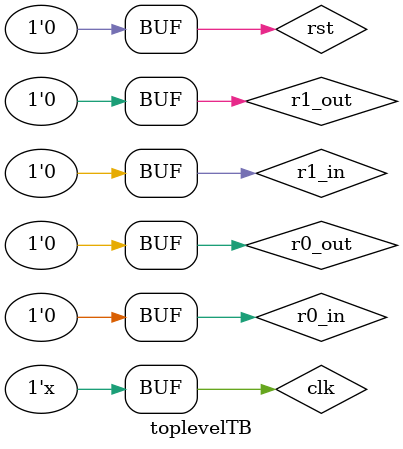
<source format=v>
`timescale 1ns/1ns
module toplevelTB;
  reg r0_in, r1_in, r0_out, r1_out, clk, rst;
  wire [3:0] data;
  busdriver bus(r0_in, r1_in, r0_out, r1_out, clk, rst, data);
  initial begin
    rst = 1; clk = 0;
    r0_in = 0; r1_in = 0; r0_out = 0; r1_out = 0;
    #20 rst = 0;
    #40 r0_out = 1;
    #20 r1_in = 1;
    #10 r1_in = 0;
    #40 r0_out = 0;
    #40 r1_out = 1;
    #20 r0_in = 1;
    #10 r0_in = 0;
    #40 r1_out = 0;
  end
  
  always begin
    #10 clk = ~clk;
  end
endmodule
</source>
